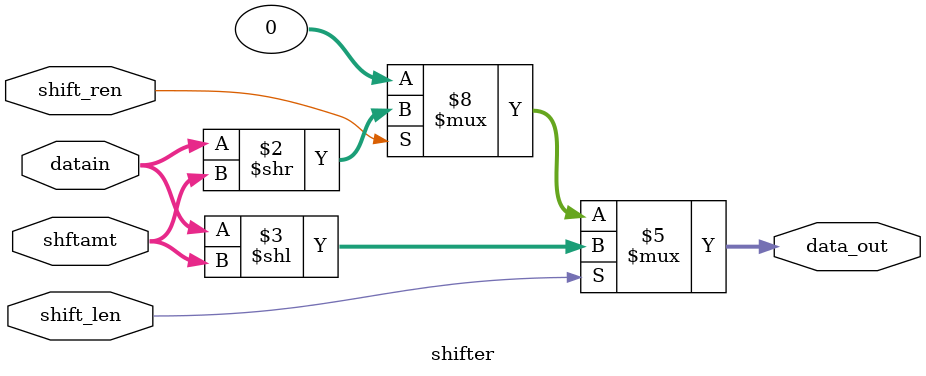
<source format=v>
`timescale 1ns / 1ps
module shifter(
input [31:0] datain,
input [4:0] shftamt,
output reg[31:0] data_out,
input shift_len,
input shift_ren
);


always @(*)
begin
data_out = 32'd0;
if(shift_ren)
data_out = datain >> shftamt;
if(shift_len)
data_out = datain << shftamt;
end

endmodule

</source>
